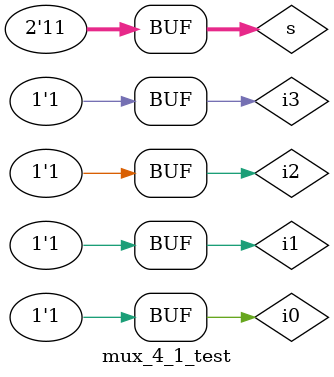
<source format=v>
module mux_4_1_test;
reg i0,i1,i2,i3;
reg [1:0]s;
wire y;
mux_4_1_beh inst(.i0(i0),.i1(i1),.i2(i2),.i3(i3),.s(s),.y(y));
initial begin
s[1]=1'b0; s[0]=1'b0; i0=1'b0; #100
s[1]=1'b0; s[0]=1'b0; i0=1'b1; #100
s[1]=1'b0; s[0]=1'b1; i1=1'b0; #100
s[1]=1'b0; s[0]=1'b1; i1=1'b1; #100
s[1]=1'b1; s[0]=1'b0; i2=1'b0; #100
s[1]=1'b1; s[0]=1'b0; i2=1'b1; #100
s[1]=1'b1; s[0]=1'b1; i3=1'b0; #100
s[1]=1'b1; s[0]=1'b1; i3=1'b1; 
end
endmodule

</source>
